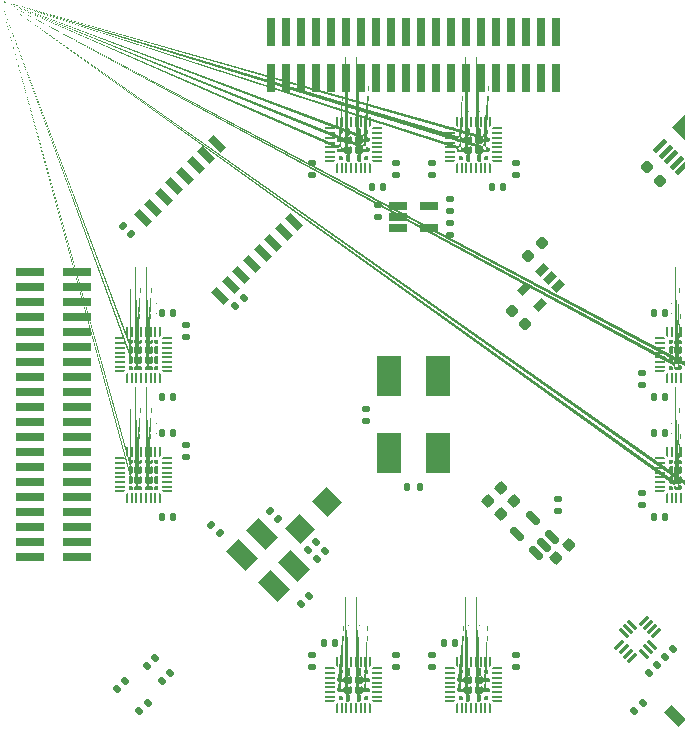
<source format=gbr>
G04 #@! TF.GenerationSoftware,KiCad,Pcbnew,5.99.0-unknown-243631a095~131~ubuntu18.04.1*
G04 #@! TF.CreationDate,2021-09-04T20:13:21+03:00*
G04 #@! TF.ProjectId,FreeEEG128-alpha,46726565-4545-4473-9132-382d616c7068,rev?*
G04 #@! TF.SameCoordinates,Original*
G04 #@! TF.FileFunction,Paste,Top*
G04 #@! TF.FilePolarity,Positive*
%FSLAX46Y46*%
G04 Gerber Fmt 4.6, Leading zero omitted, Abs format (unit mm)*
G04 Created by KiCad (PCBNEW 5.99.0-unknown-243631a095~131~ubuntu18.04.1) date 2021-09-04 20:13:21*
%MOMM*%
%LPD*%
G01*
G04 APERTURE LIST*
G04 Aperture macros list*
%AMRoundRect*
0 Rectangle with rounded corners*
0 $1 Rounding radius*
0 $2 $3 $4 $5 $6 $7 $8 $9 X,Y pos of 4 corners*
0 Add a 4 corners polygon primitive as box body*
4,1,4,$2,$3,$4,$5,$6,$7,$8,$9,$2,$3,0*
0 Add four circle primitives for the rounded corners*
1,1,$1+$1,$2,$3*
1,1,$1+$1,$4,$5*
1,1,$1+$1,$6,$7*
1,1,$1+$1,$8,$9*
0 Add four rect primitives between the rounded corners*
20,1,$1+$1,$2,$3,$4,$5,0*
20,1,$1+$1,$4,$5,$6,$7,0*
20,1,$1+$1,$6,$7,$8,$9,0*
20,1,$1+$1,$8,$9,$2,$3,0*%
%AMRotRect*
0 Rectangle, with rotation*
0 The origin of the aperture is its center*
0 $1 length*
0 $2 width*
0 $3 Rotation angle, in degrees counterclockwise*
0 Add horizontal line*
21,1,$1,$2,0,0,$3*%
%AMFreePoly0*
4,1,51,0.155869,0.189091,0.163498,0.190299,0.183473,0.180121,0.204796,0.173193,0.209336,0.166944,0.216219,0.163437,0.314605,0.065053,0.318113,0.058169,0.324361,0.053629,0.331288,0.032309,0.341467,0.012332,0.340259,0.004702,0.342646,-0.002645,0.342646,-0.095739,0.337960,-0.110161,0.337960,-0.125324,0.329047,-0.137592,0.324361,-0.152013,0.312094,-0.160926,0.303181,-0.173193,
0.288760,-0.177879,0.276492,-0.186792,0.261329,-0.186792,0.246907,-0.191478,-0.246907,-0.191478,-0.261329,-0.186792,-0.276492,-0.186792,-0.288760,-0.177879,-0.303181,-0.173193,-0.312094,-0.160926,-0.324361,-0.152013,-0.329047,-0.137592,-0.337960,-0.125324,-0.337960,-0.110161,-0.342646,-0.095739,-0.342646,-0.002645,-0.340259,0.004702,-0.341467,0.012332,-0.331289,0.032307,-0.324361,0.053629,
-0.318111,0.058170,-0.314604,0.065053,-0.216219,0.163437,-0.209336,0.166944,-0.204796,0.173193,-0.183473,0.180121,-0.163498,0.190299,-0.155869,0.189091,-0.148522,0.191478,0.148522,0.191478,0.155869,0.189091,0.155869,0.189091,$1*%
%AMFreePoly1*
4,1,51,0.004702,0.340259,0.012332,0.341467,0.032307,0.331289,0.053629,0.324361,0.058170,0.318111,0.065053,0.314604,0.163437,0.216219,0.166944,0.209336,0.173193,0.204796,0.180121,0.183473,0.190299,0.163498,0.189091,0.155869,0.191478,0.148522,0.191478,-0.148522,0.189091,-0.155869,0.190299,-0.163498,0.180121,-0.183473,0.173193,-0.204796,0.166944,-0.209336,0.163437,-0.216219,
0.065053,-0.314604,0.058170,-0.318111,0.053629,-0.324361,0.032307,-0.331289,0.012332,-0.341467,0.004702,-0.340259,-0.002645,-0.342646,-0.095739,-0.342646,-0.110161,-0.337960,-0.125324,-0.337960,-0.137592,-0.329047,-0.152013,-0.324361,-0.160926,-0.312094,-0.173193,-0.303181,-0.177879,-0.288760,-0.186792,-0.276492,-0.186792,-0.261329,-0.191478,-0.246907,-0.191478,0.246907,-0.186792,0.261329,
-0.186792,0.276492,-0.177879,0.288760,-0.173193,0.303181,-0.160926,0.312094,-0.152013,0.324361,-0.137592,0.329047,-0.125324,0.337960,-0.110161,0.337960,-0.095739,0.342646,-0.002645,0.342646,0.004702,0.340259,0.004702,0.340259,$1*%
%AMFreePoly2*
4,1,57,0.195015,0.341746,0.197191,0.342329,0.200525,0.340774,0.218481,0.337608,0.232451,0.325886,0.248978,0.318179,0.318179,0.248978,0.321152,0.244733,0.323103,0.243606,0.324361,0.240149,0.334819,0.225214,0.336409,0.207049,0.342646,0.189911,0.342646,-0.189911,0.341746,-0.195015,0.342329,-0.197191,0.340774,-0.200525,0.337608,-0.218481,0.325886,-0.232451,0.318179,-0.248978,
0.248978,-0.318179,0.244733,-0.321152,0.243606,-0.323103,0.240149,-0.324361,0.225214,-0.334819,0.207049,-0.336409,0.189911,-0.342646,-0.189911,-0.342646,-0.195015,-0.341746,-0.197191,-0.342329,-0.200525,-0.340774,-0.218481,-0.337608,-0.232451,-0.325886,-0.248978,-0.318179,-0.318179,-0.248978,-0.321152,-0.244733,-0.323103,-0.243606,-0.324361,-0.240149,-0.334819,-0.225214,-0.336409,-0.207049,
-0.342646,-0.189911,-0.342646,0.189911,-0.341746,0.195015,-0.342329,0.197191,-0.340774,0.200525,-0.337608,0.218481,-0.325886,0.232451,-0.318179,0.248978,-0.248978,0.318179,-0.244733,0.321152,-0.243606,0.323103,-0.240149,0.324361,-0.225214,0.334819,-0.207049,0.336409,-0.189911,0.342646,0.189911,0.342646,0.195015,0.341746,0.195015,0.341746,$1*%
%AMFreePoly3*
4,1,48,0.110161,0.186792,0.125324,0.186792,0.137592,0.177879,0.152013,0.173193,0.160926,0.160926,0.173193,0.152013,0.177879,0.137592,0.186792,0.125324,0.186792,0.110161,0.191478,0.095739,0.191478,-0.095739,0.186792,-0.110161,0.186792,-0.125324,0.177879,-0.137592,0.173193,-0.152013,0.160926,-0.160926,0.152013,-0.173193,0.137592,-0.177879,0.125324,-0.186792,0.110161,-0.186792,
0.095739,-0.191478,-0.095739,-0.191478,-0.110161,-0.186792,-0.125324,-0.186792,-0.137592,-0.177879,-0.152013,-0.173193,-0.160926,-0.160926,-0.173193,-0.152013,-0.177879,-0.137592,-0.186792,-0.125324,-0.186792,-0.110161,-0.191478,-0.095739,-0.191478,-0.038978,-0.189091,-0.031631,-0.190299,-0.024001,-0.180120,-0.004024,-0.173193,0.017296,-0.166945,0.021836,-0.163437,0.028720,-0.028719,0.163437,
-0.021836,0.166944,-0.017296,0.173193,0.004027,0.180121,0.024002,0.190299,0.031631,0.189091,0.038978,0.191478,0.095739,0.191478,0.110161,0.186792,0.110161,0.186792,$1*%
%AMFreePoly4*
4,1,51,0.261329,0.186792,0.276492,0.186792,0.288760,0.177879,0.303181,0.173193,0.312094,0.160926,0.324361,0.152013,0.329047,0.137592,0.337960,0.125324,0.337960,0.110161,0.342646,0.095739,0.342646,0.002645,0.340259,-0.004702,0.341467,-0.012332,0.331288,-0.032309,0.324361,-0.053629,0.318113,-0.058169,0.314605,-0.065053,0.216219,-0.163437,0.209336,-0.166944,0.204796,-0.173193,
0.183473,-0.180121,0.163498,-0.190299,0.155869,-0.189091,0.148522,-0.191478,-0.148522,-0.191478,-0.155869,-0.189091,-0.163498,-0.190299,-0.183473,-0.180121,-0.204796,-0.173193,-0.209336,-0.166944,-0.216219,-0.163437,-0.314604,-0.065053,-0.318111,-0.058170,-0.324361,-0.053629,-0.331289,-0.032307,-0.341467,-0.012332,-0.340259,-0.004702,-0.342646,0.002645,-0.342646,0.095739,-0.337960,0.110161,
-0.337960,0.125324,-0.329047,0.137592,-0.324361,0.152013,-0.312094,0.160926,-0.303181,0.173193,-0.288760,0.177879,-0.276492,0.186792,-0.261329,0.186792,-0.246907,0.191478,0.246907,0.191478,0.261329,0.186792,0.261329,0.186792,$1*%
%AMFreePoly5*
4,1,48,-0.031631,0.189091,-0.024001,0.190299,-0.004024,0.180120,0.017296,0.173193,0.021836,0.166945,0.028720,0.163437,0.163437,0.028719,0.166944,0.021836,0.173193,0.017296,0.180121,-0.004027,0.190299,-0.024002,0.189091,-0.031631,0.191478,-0.038978,0.191478,-0.095739,0.186792,-0.110161,0.186792,-0.125324,0.177879,-0.137592,0.173193,-0.152013,0.160926,-0.160926,0.152013,-0.173193,
0.137592,-0.177879,0.125324,-0.186792,0.110161,-0.186792,0.095739,-0.191478,-0.095739,-0.191478,-0.110161,-0.186792,-0.125324,-0.186792,-0.137592,-0.177879,-0.152013,-0.173193,-0.160926,-0.160926,-0.173193,-0.152013,-0.177879,-0.137592,-0.186792,-0.125324,-0.186792,-0.110161,-0.191478,-0.095739,-0.191478,0.095739,-0.186792,0.110161,-0.186792,0.125324,-0.177879,0.137592,-0.173193,0.152013,
-0.160926,0.160926,-0.152013,0.173193,-0.137592,0.177879,-0.125324,0.186792,-0.110161,0.186792,-0.095739,0.191478,-0.038978,0.191478,-0.031631,0.189091,-0.031631,0.189091,$1*%
%AMFreePoly6*
4,1,51,0.110161,0.337960,0.125324,0.337960,0.137592,0.329047,0.152013,0.324361,0.160926,0.312094,0.173193,0.303181,0.177879,0.288760,0.186792,0.276492,0.186792,0.261329,0.191478,0.246907,0.191478,-0.246907,0.186792,-0.261329,0.186792,-0.276492,0.177879,-0.288760,0.173193,-0.303181,0.160926,-0.312094,0.152013,-0.324361,0.137592,-0.329047,0.125324,-0.337960,0.110161,-0.337960,
0.095739,-0.342646,0.002645,-0.342646,-0.004702,-0.340259,-0.012332,-0.341467,-0.032309,-0.331288,-0.053629,-0.324361,-0.058169,-0.318113,-0.065053,-0.314605,-0.163437,-0.216219,-0.166944,-0.209336,-0.173193,-0.204796,-0.180121,-0.183473,-0.190299,-0.163498,-0.189091,-0.155869,-0.191478,-0.148522,-0.191478,0.148522,-0.189091,0.155869,-0.190299,0.163498,-0.180121,0.183473,-0.173193,0.204796,
-0.166944,0.209336,-0.163437,0.216219,-0.065053,0.314605,-0.058169,0.318113,-0.053629,0.324361,-0.032309,0.331288,-0.012332,0.341467,-0.004702,0.340259,0.002645,0.342646,0.095739,0.342646,0.110161,0.337960,0.110161,0.337960,$1*%
%AMFreePoly7*
4,1,48,0.110161,0.186792,0.125324,0.186792,0.137592,0.177879,0.152013,0.173193,0.160926,0.160926,0.173193,0.152013,0.177879,0.137592,0.186792,0.125324,0.186792,0.110161,0.191478,0.095739,0.191478,-0.095739,0.186792,-0.110161,0.186792,-0.125324,0.177879,-0.137592,0.173193,-0.152013,0.160926,-0.160926,0.152013,-0.173193,0.137592,-0.177879,0.125324,-0.186792,0.110161,-0.186792,
0.095739,-0.191478,0.038978,-0.191478,0.031631,-0.189091,0.024002,-0.190299,0.004027,-0.180121,-0.017296,-0.173193,-0.021836,-0.166944,-0.028719,-0.163437,-0.163437,-0.028720,-0.166945,-0.021836,-0.173193,-0.017296,-0.180120,0.004024,-0.190299,0.024001,-0.189091,0.031631,-0.191478,0.038978,-0.191478,0.095739,-0.186792,0.110161,-0.186792,0.125324,-0.177879,0.137592,-0.173193,0.152013,
-0.160926,0.160926,-0.152013,0.173193,-0.137592,0.177879,-0.125324,0.186792,-0.110161,0.186792,-0.095739,0.191478,0.095739,0.191478,0.110161,0.186792,0.110161,0.186792,$1*%
%AMFreePoly8*
4,1,48,0.110161,0.186792,0.125324,0.186792,0.137592,0.177879,0.152013,0.173193,0.160926,0.160926,0.173193,0.152013,0.177879,0.137592,0.186792,0.125324,0.186792,0.110161,0.191478,0.095739,0.191478,0.038978,0.189091,0.031631,0.190299,0.024002,0.180121,0.004027,0.173193,-0.017296,0.166944,-0.021836,0.163437,-0.028719,0.028720,-0.163437,0.021836,-0.166945,0.017296,-0.173193,
-0.004024,-0.180120,-0.024001,-0.190299,-0.031631,-0.189091,-0.038978,-0.191478,-0.095739,-0.191478,-0.110161,-0.186792,-0.125324,-0.186792,-0.137592,-0.177879,-0.152013,-0.173193,-0.160926,-0.160926,-0.173193,-0.152013,-0.177879,-0.137592,-0.186792,-0.125324,-0.186792,-0.110161,-0.191478,-0.095739,-0.191478,0.095739,-0.186792,0.110161,-0.186792,0.125324,-0.177879,0.137592,-0.173193,0.152013,
-0.160926,0.160926,-0.152013,0.173193,-0.137592,0.177879,-0.125324,0.186792,-0.110161,0.186792,-0.095739,0.191478,0.095739,0.191478,0.110161,0.186792,0.110161,0.186792,$1*%
%AMFreePoly9*
4,1,15,0.314644,0.085355,0.385355,0.014645,0.385355,0.014644,0.400000,-0.020711,0.400000,-0.050000,0.385355,-0.085355,0.350000,-0.100000,-0.350000,-0.100000,-0.385355,-0.085355,-0.400000,-0.050000,-0.400000,0.050000,-0.385355,0.085355,-0.350000,0.100000,0.279289,0.100000,0.314644,0.085355,0.314644,0.085355,$1*%
%AMFreePoly10*
4,1,15,0.385355,0.085355,0.400000,0.050000,0.400000,0.020711,0.397487,0.014645,0.385355,-0.014645,0.314644,-0.085355,0.279289,-0.100000,-0.350000,-0.100000,-0.385355,-0.085355,-0.400000,-0.050000,-0.400000,0.050000,-0.385355,0.085355,-0.350000,0.100000,0.350000,0.100000,0.385355,0.085355,0.385355,0.085355,$1*%
%AMFreePoly11*
4,1,15,0.085355,0.385355,0.100000,0.350000,0.100000,-0.350000,0.085355,-0.385355,0.050000,-0.400000,-0.050000,-0.400000,-0.085355,-0.385355,-0.100000,-0.350000,-0.100000,0.279289,-0.085355,0.314644,-0.014645,0.385355,-0.004289,0.389644,0.020711,0.400000,0.050000,0.400000,0.085355,0.385355,0.085355,0.385355,$1*%
%AMFreePoly12*
4,1,15,0.014644,0.385355,0.085355,0.314645,0.085355,0.314644,0.100000,0.279289,0.100000,-0.350000,0.085355,-0.385355,0.050000,-0.400000,-0.050000,-0.400000,-0.085355,-0.385355,-0.100000,-0.350000,-0.100000,0.350000,-0.085355,0.385355,-0.050000,0.400000,-0.020711,0.400000,0.014644,0.385355,0.014644,0.385355,$1*%
%AMFreePoly13*
4,1,15,0.385355,0.085355,0.400000,0.050000,0.400000,-0.050000,0.385355,-0.085355,0.350000,-0.100000,-0.279289,-0.100000,-0.304289,-0.089644,-0.314645,-0.085355,-0.385355,-0.014644,-0.400000,0.020711,-0.400000,0.050000,-0.385355,0.085355,-0.350000,0.100000,0.350000,0.100000,0.385355,0.085355,0.385355,0.085355,$1*%
%AMFreePoly14*
4,1,15,0.385355,0.085355,0.400000,0.050000,0.400000,-0.050000,0.385355,-0.085355,0.350000,-0.100000,-0.350000,-0.100000,-0.385355,-0.085355,-0.400000,-0.050000,-0.400000,-0.020711,-0.385355,0.014644,-0.314645,0.085355,-0.304289,0.089644,-0.279289,0.100000,0.350000,0.100000,0.385355,0.085355,0.385355,0.085355,$1*%
%AMFreePoly15*
4,1,15,0.085355,0.385355,0.100000,0.350000,0.100000,-0.279289,0.091421,-0.300000,0.085355,-0.314645,0.014644,-0.385355,-0.020711,-0.400000,-0.050000,-0.400000,-0.085355,-0.385355,-0.100000,-0.350000,-0.100000,0.350000,-0.085355,0.385355,-0.050000,0.400000,0.050000,0.400000,0.085355,0.385355,0.085355,0.385355,$1*%
%AMFreePoly16*
4,1,15,0.085355,0.385355,0.100000,0.350000,0.100000,-0.350000,0.085355,-0.385355,0.050000,-0.400000,0.020711,-0.400000,-0.004289,-0.389644,-0.014645,-0.385355,-0.085355,-0.314644,-0.100000,-0.279289,-0.100000,0.350000,-0.085355,0.385355,-0.050000,0.400000,0.050000,0.400000,0.085355,0.385355,0.085355,0.385355,$1*%
G04 Aperture macros list end*
%ADD10RotRect,1.075000X0.250000X45.000000*%
%ADD11RotRect,0.250000X1.075000X45.000000*%
%ADD12RoundRect,0.147500X-0.226274X-0.017678X-0.017678X-0.226274X0.226274X0.017678X0.017678X0.226274X0*%
%ADD13RoundRect,0.147500X0.017678X-0.226274X0.226274X-0.017678X-0.017678X0.226274X-0.226274X0.017678X0*%
%ADD14RoundRect,0.218750X0.026517X-0.335876X0.335876X-0.026517X-0.026517X0.335876X-0.335876X0.026517X0*%
%ADD15RoundRect,0.147500X-0.017678X0.226274X-0.226274X0.017678X0.017678X-0.226274X0.226274X-0.017678X0*%
%ADD16RotRect,1.060000X0.650000X225.000000*%
%ADD17RotRect,2.280000X1.500000X135.000000*%
%ADD18RoundRect,0.147500X0.226274X0.017678X0.017678X0.226274X-0.226274X-0.017678X-0.017678X-0.226274X0*%
%ADD19RoundRect,0.218750X-0.335876X-0.026517X-0.026517X-0.335876X0.335876X0.026517X0.026517X0.335876X0*%
%ADD20RotRect,0.400000X1.350000X135.000000*%
%ADD21RotRect,1.500000X1.900000X135.000000*%
%ADD22RotRect,0.900000X1.700000X225.000000*%
%ADD23RotRect,1.750000X1.800000X225.000000*%
%ADD24R,2.000000X3.500000*%
%ADD25RotRect,0.900000X1.700000X45.000000*%
%ADD26RoundRect,0.218750X0.335876X0.026517X0.026517X0.335876X-0.335876X-0.026517X-0.026517X-0.335876X0*%
%ADD27RotRect,1.500000X0.600000X135.000000*%
%ADD28RoundRect,0.140000X-0.170000X0.140000X-0.170000X-0.140000X0.170000X-0.140000X0.170000X0.140000X0*%
%ADD29R,2.400000X0.740000*%
%ADD30RoundRect,0.140000X0.140000X0.170000X-0.140000X0.170000X-0.140000X-0.170000X0.140000X-0.170000X0*%
%ADD31RoundRect,0.140000X-0.140000X-0.170000X0.140000X-0.170000X0.140000X0.170000X-0.140000X0.170000X0*%
%ADD32FreePoly0,180.000000*%
%ADD33FreePoly1,180.000000*%
%ADD34FreePoly2,180.000000*%
%ADD35FreePoly3,180.000000*%
%ADD36FreePoly4,180.000000*%
%ADD37FreePoly5,180.000000*%
%ADD38FreePoly6,180.000000*%
%ADD39FreePoly7,180.000000*%
%ADD40FreePoly8,180.000000*%
%ADD41FreePoly9,180.000000*%
%ADD42RoundRect,0.050000X0.350000X0.050000X-0.350000X0.050000X-0.350000X-0.050000X0.350000X-0.050000X0*%
%ADD43FreePoly10,180.000000*%
%ADD44FreePoly11,180.000000*%
%ADD45RoundRect,0.050000X0.050000X0.350000X-0.050000X0.350000X-0.050000X-0.350000X0.050000X-0.350000X0*%
%ADD46FreePoly12,180.000000*%
%ADD47FreePoly13,180.000000*%
%ADD48FreePoly14,180.000000*%
%ADD49FreePoly15,180.000000*%
%ADD50FreePoly16,180.000000*%
%ADD51RoundRect,0.140000X0.170000X-0.140000X0.170000X0.140000X-0.170000X0.140000X-0.170000X-0.140000X0*%
%ADD52FreePoly7,270.000000*%
%ADD53FreePoly6,270.000000*%
%ADD54FreePoly2,270.000000*%
%ADD55FreePoly4,270.000000*%
%ADD56FreePoly0,270.000000*%
%ADD57FreePoly1,270.000000*%
%ADD58FreePoly5,270.000000*%
%ADD59FreePoly8,270.000000*%
%ADD60FreePoly3,270.000000*%
%ADD61FreePoly9,270.000000*%
%ADD62RoundRect,0.050000X-0.050000X0.350000X-0.050000X-0.350000X0.050000X-0.350000X0.050000X0.350000X0*%
%ADD63FreePoly10,270.000000*%
%ADD64FreePoly11,270.000000*%
%ADD65RoundRect,0.050000X-0.350000X0.050000X-0.350000X-0.050000X0.350000X-0.050000X0.350000X0.050000X0*%
%ADD66FreePoly12,270.000000*%
%ADD67FreePoly13,270.000000*%
%ADD68FreePoly14,270.000000*%
%ADD69FreePoly15,270.000000*%
%ADD70FreePoly16,270.000000*%
%ADD71RoundRect,0.135000X-0.185000X0.135000X-0.185000X-0.135000X0.185000X-0.135000X0.185000X0.135000X0*%
%ADD72R,0.740000X2.400000*%
%ADD73RoundRect,0.225000X0.335876X0.017678X0.017678X0.335876X-0.335876X-0.017678X-0.017678X-0.335876X0*%
%ADD74FreePoly4,0.000000*%
%ADD75FreePoly2,0.000000*%
%ADD76FreePoly8,0.000000*%
%ADD77FreePoly6,0.000000*%
%ADD78FreePoly7,0.000000*%
%ADD79FreePoly0,0.000000*%
%ADD80FreePoly1,0.000000*%
%ADD81FreePoly3,0.000000*%
%ADD82FreePoly5,0.000000*%
%ADD83FreePoly9,0.000000*%
%ADD84RoundRect,0.050000X-0.350000X-0.050000X0.350000X-0.050000X0.350000X0.050000X-0.350000X0.050000X0*%
%ADD85FreePoly10,0.000000*%
%ADD86FreePoly11,0.000000*%
%ADD87RoundRect,0.050000X-0.050000X-0.350000X0.050000X-0.350000X0.050000X0.350000X-0.050000X0.350000X0*%
%ADD88FreePoly12,0.000000*%
%ADD89FreePoly13,0.000000*%
%ADD90FreePoly14,0.000000*%
%ADD91FreePoly15,0.000000*%
%ADD92FreePoly16,0.000000*%
%ADD93R,1.560000X0.650000*%
%ADD94FreePoly2,90.000000*%
%ADD95FreePoly8,90.000000*%
%ADD96FreePoly7,90.000000*%
%ADD97FreePoly0,90.000000*%
%ADD98FreePoly1,90.000000*%
%ADD99FreePoly3,90.000000*%
%ADD100FreePoly4,90.000000*%
%ADD101FreePoly6,90.000000*%
%ADD102FreePoly5,90.000000*%
%ADD103FreePoly9,90.000000*%
%ADD104RoundRect,0.050000X0.050000X-0.350000X0.050000X0.350000X-0.050000X0.350000X-0.050000X-0.350000X0*%
%ADD105FreePoly10,90.000000*%
%ADD106FreePoly11,90.000000*%
%ADD107RoundRect,0.050000X0.350000X-0.050000X0.350000X0.050000X-0.350000X0.050000X-0.350000X-0.050000X0*%
%ADD108FreePoly12,90.000000*%
%ADD109FreePoly13,90.000000*%
%ADD110FreePoly14,90.000000*%
%ADD111FreePoly15,90.000000*%
%ADD112FreePoly16,90.000000*%
%ADD113RoundRect,0.225000X-0.017678X0.335876X-0.335876X0.017678X0.017678X-0.335876X0.335876X-0.017678X0*%
%ADD114RoundRect,0.150000X0.468458X-0.256326X-0.256326X0.468458X-0.468458X0.256326X0.256326X-0.468458X0*%
%ADD115RoundRect,0.135000X0.135000X0.185000X-0.135000X0.185000X-0.135000X-0.185000X0.135000X-0.185000X0*%
G04 APERTURE END LIST*
D10*
X17431002Y-19506752D03*
X17784556Y-19860305D03*
X18138109Y-20213858D03*
X18491662Y-20567412D03*
D11*
X19499290Y-20213858D03*
X19852843Y-19860305D03*
X20206396Y-19506752D03*
D10*
X20559950Y-18499124D03*
X20206396Y-18145571D03*
X19852843Y-17792018D03*
X19499290Y-17438464D03*
D11*
X18491662Y-17792018D03*
X18138109Y-18145571D03*
X17784556Y-18499124D03*
D12*
X-24599947Y15963947D03*
X-23914053Y15278053D03*
D13*
X-9512347Y-16014747D03*
X-8826453Y-15328853D03*
D14*
X9730153Y13463953D03*
X10843847Y14577647D03*
D13*
X18707053Y-25107947D03*
X19392947Y-24422053D03*
X-23202947Y-25107947D03*
X-22517053Y-24422053D03*
D15*
X-21882053Y-20612053D03*
X-22567947Y-21297947D03*
X-7505653Y-11493453D03*
X-8191547Y-12179347D03*
D16*
X12244569Y10887094D03*
X11572817Y11558845D03*
X10901066Y12230597D03*
X9345431Y10674962D03*
X10688934Y9331459D03*
D13*
X24422053Y-19392947D03*
X25107947Y-18707053D03*
D17*
X-10126969Y-12813975D03*
X-12813975Y-10126969D03*
X-14511031Y-11824025D03*
X-11824025Y-14511031D03*
D18*
X-16421053Y-10020347D03*
X-17106947Y-9334453D03*
D19*
X19788553Y20953047D03*
X20902247Y19839353D03*
D20*
X22745095Y20887874D03*
X22285476Y21347493D03*
X21825856Y21807112D03*
X21366237Y22266732D03*
X20906618Y22726351D03*
D21*
X23027938Y24423407D03*
X24442151Y23009194D03*
D22*
X22157082Y-25467918D03*
X19752918Y-27872082D03*
D23*
X-7340600Y-7391400D03*
X-9638698Y-9689498D03*
D24*
X2100000Y-3250000D03*
X2100000Y3250000D03*
X-2100000Y3250000D03*
X-2100000Y-3250000D03*
D15*
X-20612053Y-21882053D03*
X-21297947Y-22567947D03*
D13*
X19922529Y-21885885D03*
X20608423Y-21199991D03*
D15*
X-8267653Y-10756853D03*
X-8953547Y-11442747D03*
D25*
X25467918Y-22157082D03*
X27872082Y-19752918D03*
D15*
X21983747Y-19824653D03*
X21297853Y-20510547D03*
D18*
X-11468053Y-8851947D03*
X-12153947Y-8166053D03*
D26*
X9446847Y7684181D03*
X8333153Y8797875D03*
D13*
X-25107947Y-23202947D03*
X-24422053Y-22517053D03*
D27*
X-16365043Y10078864D03*
X-15467017Y10976889D03*
X-14568992Y11874915D03*
X-13670966Y12772941D03*
X-12772941Y13670966D03*
X-11874915Y14568992D03*
X-10976889Y15467017D03*
X-10078864Y16365043D03*
X-16654957Y22941136D03*
X-17552983Y22043111D03*
X-18451008Y21145085D03*
X-19349034Y20247059D03*
X-20247059Y19349034D03*
X-21145085Y18451008D03*
X-22043111Y17552983D03*
X-22941136Y16654957D03*
D13*
X-15074947Y9182053D03*
X-14389053Y9867947D03*
D28*
X19304000Y-6632000D03*
X19304000Y-7592000D03*
D29*
X28530000Y12065000D03*
X32430000Y12065000D03*
X28530000Y10795000D03*
X32430000Y10795000D03*
X28530000Y9525000D03*
X32430000Y9525000D03*
X28530000Y8255000D03*
X32430000Y8255000D03*
X28530000Y6985000D03*
X32430000Y6985000D03*
X28530000Y5715000D03*
X32430000Y5715000D03*
X28530000Y4445000D03*
X32430000Y4445000D03*
X28530000Y3175000D03*
X32430000Y3175000D03*
X28530000Y1905000D03*
X32430000Y1905000D03*
X28530000Y635000D03*
X32430000Y635000D03*
X28530000Y-635000D03*
X32430000Y-635000D03*
X28530000Y-1905000D03*
X32430000Y-1905000D03*
X28530000Y-3175000D03*
X32430000Y-3175000D03*
X28530000Y-4445000D03*
X32430000Y-4445000D03*
X28530000Y-5715000D03*
X32430000Y-5715000D03*
X28530000Y-6985000D03*
X32430000Y-6985000D03*
X28530000Y-8255000D03*
X32430000Y-8255000D03*
X28530000Y-9525000D03*
X32430000Y-9525000D03*
X28530000Y-10795000D03*
X32430000Y-10795000D03*
X28530000Y-12065000D03*
X32430000Y-12065000D03*
D30*
X3528000Y-19304000D03*
X2568000Y-19304000D03*
X21308000Y1524000D03*
X20348000Y1524000D03*
X21308000Y-8636000D03*
X20348000Y-8636000D03*
D31*
X-21308000Y-1524000D03*
X-20348000Y-1524000D03*
D32*
X23285000Y6167500D03*
D33*
X23947500Y5505000D03*
D34*
X23285000Y5505000D03*
X23285000Y4655000D03*
D33*
X23947500Y4655000D03*
D35*
X21772500Y6167500D03*
D36*
X23285000Y3992500D03*
D37*
X23947500Y6167500D03*
D38*
X21772500Y4655000D03*
D34*
X22435000Y5505000D03*
D32*
X22435000Y6167500D03*
D39*
X21772500Y3992500D03*
D36*
X22435000Y3992500D03*
D34*
X22435000Y4655000D03*
D40*
X23947500Y3992500D03*
D38*
X21772500Y5505000D03*
D41*
X24810000Y3680000D03*
D42*
X24810000Y4080000D03*
X24810000Y4480000D03*
X24810000Y4880000D03*
X24810000Y5280000D03*
X24810000Y5680000D03*
X24810000Y6080000D03*
D43*
X24810000Y6480000D03*
D44*
X24260000Y7030000D03*
D45*
X23860000Y7030000D03*
X23460000Y7030000D03*
X23060000Y7030000D03*
X22660000Y7030000D03*
X22260000Y7030000D03*
X21860000Y7030000D03*
D46*
X21460000Y7030000D03*
D47*
X20910000Y6480000D03*
D42*
X20910000Y6080000D03*
X20910000Y5680000D03*
X20910000Y5280000D03*
X20910000Y4880000D03*
X20910000Y4480000D03*
X20910000Y4080000D03*
D48*
X20910000Y3680000D03*
D49*
X21460000Y3130000D03*
D45*
X21860000Y3130000D03*
X22260000Y3130000D03*
X22660000Y3130000D03*
X23060000Y3130000D03*
X23460000Y3130000D03*
X23860000Y3130000D03*
D50*
X24260000Y3130000D03*
D51*
X-19304000Y-3528000D03*
X-19304000Y-2568000D03*
D31*
X6632000Y19304000D03*
X7592000Y19304000D03*
X-21308000Y1524000D03*
X-20348000Y1524000D03*
X-21308000Y8636000D03*
X-20348000Y8636000D03*
D52*
X-3992500Y21772500D03*
D53*
X-4655000Y21772500D03*
D54*
X-5505000Y22435000D03*
D55*
X-3992500Y22435000D03*
D56*
X-6167500Y23285000D03*
D54*
X-5505000Y23285000D03*
D56*
X-6167500Y22435000D03*
D57*
X-5505000Y23947500D03*
D54*
X-4655000Y23285000D03*
D55*
X-3992500Y23285000D03*
D57*
X-4655000Y23947500D03*
D53*
X-5505000Y21772500D03*
D58*
X-6167500Y23947500D03*
D59*
X-3992500Y23947500D03*
D54*
X-4655000Y22435000D03*
D60*
X-6167500Y21772500D03*
D61*
X-3680000Y24810000D03*
D62*
X-4080000Y24810000D03*
X-4480000Y24810000D03*
X-4880000Y24810000D03*
X-5280000Y24810000D03*
X-5680000Y24810000D03*
X-6080000Y24810000D03*
D63*
X-6480000Y24810000D03*
D64*
X-7030000Y24260000D03*
D65*
X-7030000Y23860000D03*
X-7030000Y23460000D03*
X-7030000Y23060000D03*
X-7030000Y22660000D03*
X-7030000Y22260000D03*
X-7030000Y21860000D03*
D66*
X-7030000Y21460000D03*
D67*
X-6480000Y20910000D03*
D62*
X-6080000Y20910000D03*
X-5680000Y20910000D03*
X-5280000Y20910000D03*
X-4880000Y20910000D03*
X-4480000Y20910000D03*
X-4080000Y20910000D03*
D68*
X-3680000Y20910000D03*
D69*
X-3130000Y21460000D03*
D65*
X-3130000Y21860000D03*
X-3130000Y22260000D03*
X-3130000Y22660000D03*
X-3130000Y23060000D03*
X-3130000Y23460000D03*
X-3130000Y23860000D03*
D70*
X-3130000Y24260000D03*
D31*
X-3528000Y19304000D03*
X-2568000Y19304000D03*
D28*
X3048000Y18260000D03*
X3048000Y17300000D03*
X-8636000Y21308000D03*
X-8636000Y20348000D03*
D71*
X-4064000Y510000D03*
X-4064000Y-510000D03*
D51*
X-1524000Y-21308000D03*
X-1524000Y-20348000D03*
X1524000Y-21308000D03*
X1524000Y-20348000D03*
D28*
X8636000Y21308000D03*
X8636000Y20348000D03*
X19304000Y3528000D03*
X19304000Y2568000D03*
D72*
X12065000Y-28530000D03*
X12065000Y-32430000D03*
X10795000Y-28530000D03*
X10795000Y-32430000D03*
X9525000Y-28530000D03*
X9525000Y-32430000D03*
X8255000Y-28530000D03*
X8255000Y-32430000D03*
X6985000Y-28530000D03*
X6985000Y-32430000D03*
X5715000Y-28530000D03*
X5715000Y-32430000D03*
X4445000Y-28530000D03*
X4445000Y-32430000D03*
X3175000Y-28530000D03*
X3175000Y-32430000D03*
X1905000Y-28530000D03*
X1905000Y-32430000D03*
X635000Y-28530000D03*
X635000Y-32430000D03*
X-635000Y-28530000D03*
X-635000Y-32430000D03*
X-1905000Y-28530000D03*
X-1905000Y-32430000D03*
X-3175000Y-28530000D03*
X-3175000Y-32430000D03*
X-4445000Y-28530000D03*
X-4445000Y-32430000D03*
X-5715000Y-28530000D03*
X-5715000Y-32430000D03*
X-6985000Y-28530000D03*
X-6985000Y-32430000D03*
X-8255000Y-28530000D03*
X-8255000Y-32430000D03*
X-9525000Y-28530000D03*
X-9525000Y-32430000D03*
X-10795000Y-28530000D03*
X-10795000Y-32430000D03*
X-12065000Y-28530000D03*
X-12065000Y-32430000D03*
D28*
X-1524000Y21308000D03*
X-1524000Y20348000D03*
D32*
X22435000Y-3992500D03*
D34*
X22435000Y-5505000D03*
X22435000Y-4655000D03*
D38*
X21772500Y-4655000D03*
D33*
X23947500Y-4655000D03*
X23947500Y-5505000D03*
D32*
X23285000Y-3992500D03*
D36*
X22435000Y-6167500D03*
D37*
X23947500Y-3992500D03*
D34*
X23285000Y-4655000D03*
D38*
X21772500Y-5505000D03*
D39*
X21772500Y-6167500D03*
D40*
X23947500Y-6167500D03*
D35*
X21772500Y-3992500D03*
D34*
X23285000Y-5505000D03*
D36*
X23285000Y-6167500D03*
D41*
X24810000Y-6480000D03*
D42*
X24810000Y-6080000D03*
X24810000Y-5680000D03*
X24810000Y-5280000D03*
X24810000Y-4880000D03*
X24810000Y-4480000D03*
X24810000Y-4080000D03*
D43*
X24810000Y-3680000D03*
D44*
X24260000Y-3130000D03*
D45*
X23860000Y-3130000D03*
X23460000Y-3130000D03*
X23060000Y-3130000D03*
X22660000Y-3130000D03*
X22260000Y-3130000D03*
X21860000Y-3130000D03*
D46*
X21460000Y-3130000D03*
D47*
X20910000Y-3680000D03*
D42*
X20910000Y-4080000D03*
X20910000Y-4480000D03*
X20910000Y-4880000D03*
X20910000Y-5280000D03*
X20910000Y-5680000D03*
X20910000Y-6080000D03*
D48*
X20910000Y-6480000D03*
D49*
X21460000Y-7030000D03*
D45*
X21860000Y-7030000D03*
X22260000Y-7030000D03*
X22660000Y-7030000D03*
X23060000Y-7030000D03*
X23460000Y-7030000D03*
X23860000Y-7030000D03*
D50*
X24260000Y-7030000D03*
D51*
X-19304000Y6632000D03*
X-19304000Y7592000D03*
D73*
X7406008Y-8396608D03*
X6309992Y-7300592D03*
D74*
X-23285000Y-3992500D03*
D75*
X-23285000Y-4655000D03*
D76*
X-23947500Y-3992500D03*
D77*
X-21772500Y-5505000D03*
D78*
X-21772500Y-3992500D03*
D79*
X-22435000Y-6167500D03*
D80*
X-23947500Y-4655000D03*
D79*
X-23285000Y-6167500D03*
D75*
X-23285000Y-5505000D03*
D77*
X-21772500Y-4655000D03*
D75*
X-22435000Y-4655000D03*
D81*
X-21772500Y-6167500D03*
D74*
X-22435000Y-3992500D03*
D80*
X-23947500Y-5505000D03*
D75*
X-22435000Y-5505000D03*
D82*
X-23947500Y-6167500D03*
D83*
X-24810000Y-3680000D03*
D84*
X-24810000Y-4080000D03*
X-24810000Y-4480000D03*
X-24810000Y-4880000D03*
X-24810000Y-5280000D03*
X-24810000Y-5680000D03*
X-24810000Y-6080000D03*
D85*
X-24810000Y-6480000D03*
D86*
X-24260000Y-7030000D03*
D87*
X-23860000Y-7030000D03*
X-23460000Y-7030000D03*
X-23060000Y-7030000D03*
X-22660000Y-7030000D03*
X-22260000Y-7030000D03*
X-21860000Y-7030000D03*
D88*
X-21460000Y-7030000D03*
D89*
X-20910000Y-6480000D03*
D84*
X-20910000Y-6080000D03*
X-20910000Y-5680000D03*
X-20910000Y-5280000D03*
X-20910000Y-4880000D03*
X-20910000Y-4480000D03*
X-20910000Y-4080000D03*
D90*
X-20910000Y-3680000D03*
D91*
X-21460000Y-3130000D03*
D87*
X-21860000Y-3130000D03*
X-22260000Y-3130000D03*
X-22660000Y-3130000D03*
X-23060000Y-3130000D03*
X-23460000Y-3130000D03*
X-23860000Y-3130000D03*
D92*
X-24260000Y-3130000D03*
D51*
X3048000Y15268000D03*
X3048000Y16228000D03*
D31*
X-21308000Y-8636000D03*
X-20348000Y-8636000D03*
D93*
X-1350000Y17714000D03*
X-1350000Y16764000D03*
X-1350000Y15814000D03*
X1350000Y15814000D03*
X1350000Y17714000D03*
D51*
X-8636000Y-21308000D03*
X-8636000Y-20348000D03*
D94*
X-5505000Y-23285000D03*
D95*
X-6167500Y-23947500D03*
D96*
X-6167500Y-21772500D03*
D97*
X-3992500Y-23285000D03*
D98*
X-4655000Y-23947500D03*
D99*
X-3992500Y-21772500D03*
D100*
X-6167500Y-23285000D03*
D97*
X-3992500Y-22435000D03*
D101*
X-4655000Y-21772500D03*
D100*
X-6167500Y-22435000D03*
D98*
X-5505000Y-23947500D03*
D101*
X-5505000Y-21772500D03*
D94*
X-4655000Y-23285000D03*
X-4655000Y-22435000D03*
X-5505000Y-22435000D03*
D102*
X-3992500Y-23947500D03*
D103*
X-6480000Y-24810000D03*
D104*
X-6080000Y-24810000D03*
X-5680000Y-24810000D03*
X-5280000Y-24810000D03*
X-4880000Y-24810000D03*
X-4480000Y-24810000D03*
X-4080000Y-24810000D03*
D105*
X-3680000Y-24810000D03*
D106*
X-3130000Y-24260000D03*
D107*
X-3130000Y-23860000D03*
X-3130000Y-23460000D03*
X-3130000Y-23060000D03*
X-3130000Y-22660000D03*
X-3130000Y-22260000D03*
X-3130000Y-21860000D03*
D108*
X-3130000Y-21460000D03*
D109*
X-3680000Y-20910000D03*
D104*
X-4080000Y-20910000D03*
X-4480000Y-20910000D03*
X-4880000Y-20910000D03*
X-5280000Y-20910000D03*
X-5680000Y-20910000D03*
X-6080000Y-20910000D03*
D110*
X-6480000Y-20910000D03*
D111*
X-7030000Y-21460000D03*
D107*
X-7030000Y-21860000D03*
X-7030000Y-22260000D03*
X-7030000Y-22660000D03*
X-7030000Y-23060000D03*
X-7030000Y-23460000D03*
X-7030000Y-23860000D03*
D112*
X-7030000Y-24260000D03*
D113*
X13197208Y-11059792D03*
X12101192Y-12155808D03*
D71*
X12192000Y-7110000D03*
X12192000Y-8130000D03*
D114*
X10343383Y-11686885D03*
X11015134Y-11015134D03*
X11686885Y-10343383D03*
X10078217Y-8734715D03*
X8734715Y-10078217D03*
D30*
X-6632000Y-19304000D03*
X-7592000Y-19304000D03*
D51*
X8636000Y-21308000D03*
X8636000Y-20348000D03*
D30*
X21308000Y8636000D03*
X20348000Y8636000D03*
D77*
X-21772500Y4655000D03*
D81*
X-21772500Y3992500D03*
D80*
X-23947500Y4655000D03*
D77*
X-21772500Y5505000D03*
D76*
X-23947500Y6167500D03*
D74*
X-23285000Y6167500D03*
D75*
X-23285000Y4655000D03*
X-22435000Y5505000D03*
D74*
X-22435000Y6167500D03*
D82*
X-23947500Y3992500D03*
D80*
X-23947500Y5505000D03*
D78*
X-21772500Y6167500D03*
D75*
X-23285000Y5505000D03*
X-22435000Y4655000D03*
D79*
X-22435000Y3992500D03*
X-23285000Y3992500D03*
D83*
X-24810000Y6480000D03*
D84*
X-24810000Y6080000D03*
X-24810000Y5680000D03*
X-24810000Y5280000D03*
X-24810000Y4880000D03*
X-24810000Y4480000D03*
X-24810000Y4080000D03*
D85*
X-24810000Y3680000D03*
D86*
X-24260000Y3130000D03*
D87*
X-23860000Y3130000D03*
X-23460000Y3130000D03*
X-23060000Y3130000D03*
X-22660000Y3130000D03*
X-22260000Y3130000D03*
X-21860000Y3130000D03*
D88*
X-21460000Y3130000D03*
D89*
X-20910000Y3680000D03*
D84*
X-20910000Y4080000D03*
X-20910000Y4480000D03*
X-20910000Y4880000D03*
X-20910000Y5280000D03*
X-20910000Y5680000D03*
X-20910000Y6080000D03*
D90*
X-20910000Y6480000D03*
D91*
X-21460000Y7030000D03*
D87*
X-21860000Y7030000D03*
X-22260000Y7030000D03*
X-22660000Y7030000D03*
X-23060000Y7030000D03*
X-23460000Y7030000D03*
X-23860000Y7030000D03*
D92*
X-24260000Y7030000D03*
D28*
X1524000Y21308000D03*
X1524000Y20348000D03*
X-3048000Y17752000D03*
X-3048000Y16792000D03*
D56*
X3992500Y23285000D03*
D54*
X4655000Y23285000D03*
D58*
X3992500Y23947500D03*
D54*
X5505000Y23285000D03*
X4655000Y22435000D03*
D57*
X5505000Y23947500D03*
D60*
X3992500Y21772500D03*
D59*
X6167500Y23947500D03*
D56*
X3992500Y22435000D03*
D54*
X5505000Y22435000D03*
D55*
X6167500Y22435000D03*
D53*
X4655000Y21772500D03*
D57*
X4655000Y23947500D03*
D55*
X6167500Y23285000D03*
D52*
X6167500Y21772500D03*
D53*
X5505000Y21772500D03*
D61*
X6480000Y24810000D03*
D62*
X6080000Y24810000D03*
X5680000Y24810000D03*
X5280000Y24810000D03*
X4880000Y24810000D03*
X4480000Y24810000D03*
X4080000Y24810000D03*
D63*
X3680000Y24810000D03*
D64*
X3130000Y24260000D03*
D65*
X3130000Y23860000D03*
X3130000Y23460000D03*
X3130000Y23060000D03*
X3130000Y22660000D03*
X3130000Y22260000D03*
X3130000Y21860000D03*
D66*
X3130000Y21460000D03*
D67*
X3680000Y20910000D03*
D62*
X4080000Y20910000D03*
X4480000Y20910000D03*
X4880000Y20910000D03*
X5280000Y20910000D03*
X5680000Y20910000D03*
X6080000Y20910000D03*
D68*
X6480000Y20910000D03*
D69*
X7030000Y21460000D03*
D65*
X7030000Y21860000D03*
X7030000Y22260000D03*
X7030000Y22660000D03*
X7030000Y23060000D03*
X7030000Y23460000D03*
X7030000Y23860000D03*
D70*
X7030000Y24260000D03*
D73*
X8472808Y-7329808D03*
X7376792Y-6233792D03*
D94*
X4655000Y-22435000D03*
D97*
X6167500Y-22435000D03*
D101*
X4655000Y-21772500D03*
D94*
X5505000Y-22435000D03*
D98*
X5505000Y-23947500D03*
D100*
X3992500Y-23285000D03*
D96*
X3992500Y-21772500D03*
D101*
X5505000Y-21772500D03*
D94*
X5505000Y-23285000D03*
D100*
X3992500Y-22435000D03*
D94*
X4655000Y-23285000D03*
D98*
X4655000Y-23947500D03*
D102*
X6167500Y-23947500D03*
D99*
X6167500Y-21772500D03*
D97*
X6167500Y-23285000D03*
D95*
X3992500Y-23947500D03*
D103*
X3680000Y-24810000D03*
D104*
X4080000Y-24810000D03*
X4480000Y-24810000D03*
X4880000Y-24810000D03*
X5280000Y-24810000D03*
X5680000Y-24810000D03*
X6080000Y-24810000D03*
D105*
X6480000Y-24810000D03*
D106*
X7030000Y-24260000D03*
D107*
X7030000Y-23860000D03*
X7030000Y-23460000D03*
X7030000Y-23060000D03*
X7030000Y-22660000D03*
X7030000Y-22260000D03*
X7030000Y-21860000D03*
D108*
X7030000Y-21460000D03*
D109*
X6480000Y-20910000D03*
D104*
X6080000Y-20910000D03*
X5680000Y-20910000D03*
X5280000Y-20910000D03*
X4880000Y-20910000D03*
X4480000Y-20910000D03*
X4080000Y-20910000D03*
D110*
X3680000Y-20910000D03*
D111*
X3130000Y-21460000D03*
D107*
X3130000Y-21860000D03*
X3130000Y-22260000D03*
X3130000Y-22660000D03*
X3130000Y-23060000D03*
X3130000Y-23460000D03*
X3130000Y-23860000D03*
D112*
X3130000Y-24260000D03*
D72*
X-12065000Y28530000D03*
X-12065000Y32430000D03*
X-10795000Y28530000D03*
X-10795000Y32430000D03*
X-9525000Y28530000D03*
X-9525000Y32430000D03*
X-8255000Y28530000D03*
X-8255000Y32430000D03*
X-6985000Y28530000D03*
X-6985000Y32430000D03*
X-5715000Y28530000D03*
X-5715000Y32430000D03*
X-4445000Y28530000D03*
X-4445000Y32430000D03*
X-3175000Y28530000D03*
X-3175000Y32430000D03*
X-1905000Y28530000D03*
X-1905000Y32430000D03*
X-635000Y28530000D03*
X-635000Y32430000D03*
X635000Y28530000D03*
X635000Y32430000D03*
X1905000Y28530000D03*
X1905000Y32430000D03*
X3175000Y28530000D03*
X3175000Y32430000D03*
X4445000Y28530000D03*
X4445000Y32430000D03*
X5715000Y28530000D03*
X5715000Y32430000D03*
X6985000Y28530000D03*
X6985000Y32430000D03*
X8255000Y28530000D03*
X8255000Y32430000D03*
X9525000Y28530000D03*
X9525000Y32430000D03*
X10795000Y28530000D03*
X10795000Y32430000D03*
X12065000Y28530000D03*
X12065000Y32430000D03*
D29*
X-28530000Y-12065000D03*
X-32430000Y-12065000D03*
X-28530000Y-10795000D03*
X-32430000Y-10795000D03*
X-28530000Y-9525000D03*
X-32430000Y-9525000D03*
X-28530000Y-8255000D03*
X-32430000Y-8255000D03*
X-28530000Y-6985000D03*
X-32430000Y-6985000D03*
X-28530000Y-5715000D03*
X-32430000Y-5715000D03*
X-28530000Y-4445000D03*
X-32430000Y-4445000D03*
X-28530000Y-3175000D03*
X-32430000Y-3175000D03*
X-28530000Y-1905000D03*
X-32430000Y-1905000D03*
X-28530000Y-635000D03*
X-32430000Y-635000D03*
X-28530000Y635000D03*
X-32430000Y635000D03*
X-28530000Y1905000D03*
X-32430000Y1905000D03*
X-28530000Y3175000D03*
X-32430000Y3175000D03*
X-28530000Y4445000D03*
X-32430000Y4445000D03*
X-28530000Y5715000D03*
X-32430000Y5715000D03*
X-28530000Y6985000D03*
X-32430000Y6985000D03*
X-28530000Y8255000D03*
X-32430000Y8255000D03*
X-28530000Y9525000D03*
X-32430000Y9525000D03*
X-28530000Y10795000D03*
X-32430000Y10795000D03*
X-28530000Y12065000D03*
X-32430000Y12065000D03*
D115*
X510000Y-6096000D03*
X-510000Y-6096000D03*
D30*
X21308000Y-1524000D03*
X20348000Y-1524000D03*
M02*

</source>
